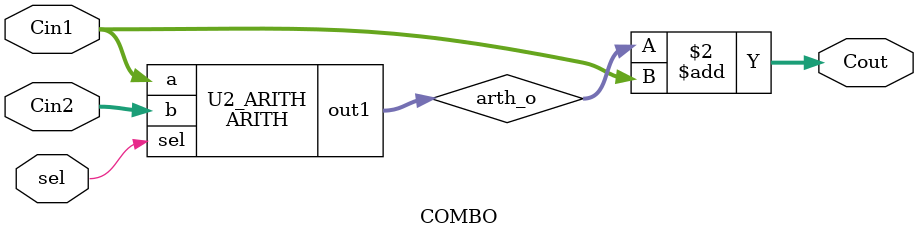
<source format=v>

module MY_DESIGN ( Cin1, Cin2, Cout, data1, data2, sel, clk, out1, out2, out3);
  input [4:0] Cin1, Cin2, data1, data2;
  input sel, clk;
  output [4:0] Cout, out1, out2, out3;
  reg   [4:0] R1, R2, R3, R4, out1, out2, out3;
  wire   [4:0] arth_o;

  ARITH U1_ARITH ( .a(data1), .b(data2), .sel(sel), .out1(arth_o) );
  COMBO U_COMBO ( .Cin1(Cin1), .Cin2(Cin2), .sel(sel), .Cout(Cout) );


always @ (posedge clk)
  begin
    R1 <= arth_o;
    R2 <= data1 & data2;
    R3 <= data1 + data2;
    R4 <= R2 + R3;
  end

always @ (out2, R1, R3, R4)
  begin
    out1 <= R1 + R3;
    out2 <= R3 & R4;
    out3 <= out2 - R3;
  end

endmodule





module ARITH ( a, b, sel, out1 );
  input [4:0] a, b;
  input sel;
  output [4:0] out1;
  reg [4:0] out1;

always @(sel, a, b)

  begin
    case({sel})
        1'b0: out1 <= a + b;
        1'b1: out1 <= a - b;
    endcase
  end



endmodule




module COMBO ( Cin1, Cin2, sel, Cout );
  input [4:0] Cin1, Cin2;
  input sel;
  output [4:0] Cout;
  reg [4:0] Cout;

  wire   [4:0] arth_o;

  ARITH U2_ARITH ( .a(Cin1), .b(Cin2), .sel(sel), .out1(arth_o) );

always @ (Cin1, arth_o)
  begin
    Cout <= arth_o + Cin1;
  end

endmodule

</source>
